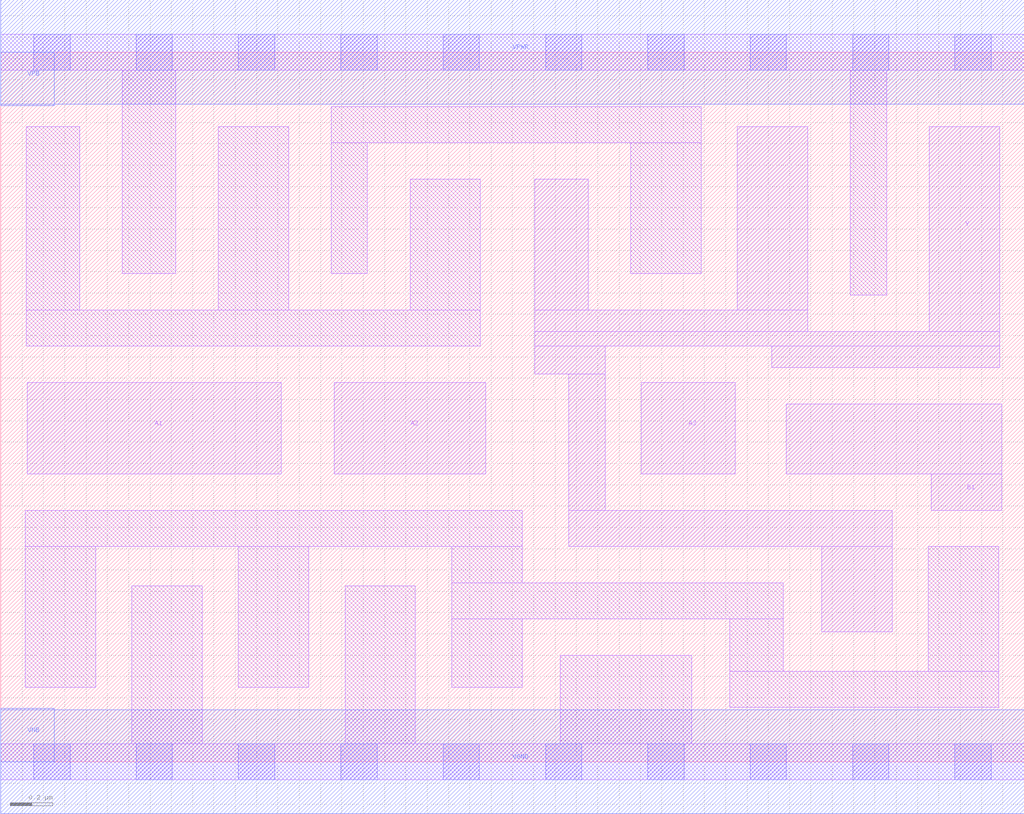
<source format=lef>
# Copyright 2020 The SkyWater PDK Authors
#
# Licensed under the Apache License, Version 2.0 (the "License");
# you may not use this file except in compliance with the License.
# You may obtain a copy of the License at
#
#     https://www.apache.org/licenses/LICENSE-2.0
#
# Unless required by applicable law or agreed to in writing, software
# distributed under the License is distributed on an "AS IS" BASIS,
# WITHOUT WARRANTIES OR CONDITIONS OF ANY KIND, either express or implied.
# See the License for the specific language governing permissions and
# limitations under the License.
#
# SPDX-License-Identifier: Apache-2.0

VERSION 5.5 ;
NAMESCASESENSITIVE ON ;
BUSBITCHARS "[]" ;
DIVIDERCHAR "/" ;
MACRO sky130_fd_sc_hs__o31ai_2
  CLASS CORE ;
  SOURCE USER ;
  ORIGIN  0.000000  0.000000 ;
  SIZE  4.800000 BY  3.330000 ;
  SYMMETRY X Y ;
  SITE unit ;
  PIN A1
    ANTENNAGATEAREA  0.558000 ;
    DIRECTION INPUT ;
    USE SIGNAL ;
    PORT
      LAYER li1 ;
        RECT 0.125000 1.350000 1.315000 1.780000 ;
    END
  END A1
  PIN A2
    ANTENNAGATEAREA  0.558000 ;
    DIRECTION INPUT ;
    USE SIGNAL ;
    PORT
      LAYER li1 ;
        RECT 1.565000 1.350000 2.275000 1.780000 ;
    END
  END A2
  PIN A3
    ANTENNAGATEAREA  0.558000 ;
    DIRECTION INPUT ;
    USE SIGNAL ;
    PORT
      LAYER li1 ;
        RECT 3.005000 1.350000 3.445000 1.780000 ;
    END
  END A3
  PIN B1
    ANTENNAGATEAREA  0.558000 ;
    DIRECTION INPUT ;
    USE SIGNAL ;
    PORT
      LAYER li1 ;
        RECT 3.685000 1.350000 4.695000 1.680000 ;
        RECT 4.365000 1.180000 4.695000 1.350000 ;
    END
  END B1
  PIN Y
    ANTENNADIFFAREA  1.297000 ;
    DIRECTION OUTPUT ;
    USE SIGNAL ;
    PORT
      LAYER li1 ;
        RECT 2.505000 1.820000 2.835000 1.950000 ;
        RECT 2.505000 1.950000 4.685000 2.020000 ;
        RECT 2.505000 2.020000 3.785000 2.120000 ;
        RECT 2.505000 2.120000 2.755000 2.735000 ;
        RECT 2.665000 1.010000 4.180000 1.180000 ;
        RECT 2.665000 1.180000 2.835000 1.820000 ;
        RECT 3.455000 2.120000 3.785000 2.980000 ;
        RECT 3.615000 1.850000 4.685000 1.950000 ;
        RECT 3.850000 0.610000 4.180000 1.010000 ;
        RECT 4.355000 2.020000 4.685000 2.980000 ;
    END
  END Y
  PIN VGND
    DIRECTION INOUT ;
    USE GROUND ;
    PORT
      LAYER met1 ;
        RECT 0.000000 -0.245000 4.800000 0.245000 ;
    END
  END VGND
  PIN VNB
    DIRECTION INOUT ;
    USE GROUND ;
    PORT
      LAYER met1 ;
        RECT 0.000000 0.000000 0.250000 0.250000 ;
    END
  END VNB
  PIN VPB
    DIRECTION INOUT ;
    USE POWER ;
    PORT
      LAYER met1 ;
        RECT 0.000000 3.080000 0.250000 3.330000 ;
    END
  END VPB
  PIN VPWR
    DIRECTION INOUT ;
    USE POWER ;
    PORT
      LAYER met1 ;
        RECT 0.000000 3.085000 4.800000 3.575000 ;
    END
  END VPWR
  OBS
    LAYER li1 ;
      RECT 0.000000 -0.085000 4.800000 0.085000 ;
      RECT 0.000000  3.245000 4.800000 3.415000 ;
      RECT 0.115000  0.350000 0.445000 1.010000 ;
      RECT 0.115000  1.010000 2.445000 1.180000 ;
      RECT 0.120000  1.950000 2.250000 2.120000 ;
      RECT 0.120000  2.120000 0.370000 2.980000 ;
      RECT 0.570000  2.290000 0.820000 3.245000 ;
      RECT 0.615000  0.085000 0.945000 0.825000 ;
      RECT 1.020000  2.120000 1.350000 2.980000 ;
      RECT 1.115000  0.350000 1.445000 1.010000 ;
      RECT 1.550000  2.290000 1.720000 2.905000 ;
      RECT 1.550000  2.905000 3.285000 3.075000 ;
      RECT 1.615000  0.085000 1.945000 0.825000 ;
      RECT 1.920000  2.120000 2.250000 2.735000 ;
      RECT 2.115000  0.350000 2.445000 0.670000 ;
      RECT 2.115000  0.670000 3.670000 0.840000 ;
      RECT 2.115000  0.840000 2.445000 1.010000 ;
      RECT 2.625000  0.085000 3.240000 0.500000 ;
      RECT 2.955000  2.290000 3.285000 2.905000 ;
      RECT 3.420000  0.255000 4.680000 0.425000 ;
      RECT 3.420000  0.425000 3.670000 0.670000 ;
      RECT 3.985000  2.190000 4.155000 3.245000 ;
      RECT 4.350000  0.425000 4.680000 1.010000 ;
    LAYER mcon ;
      RECT 0.155000 -0.085000 0.325000 0.085000 ;
      RECT 0.155000  3.245000 0.325000 3.415000 ;
      RECT 0.635000 -0.085000 0.805000 0.085000 ;
      RECT 0.635000  3.245000 0.805000 3.415000 ;
      RECT 1.115000 -0.085000 1.285000 0.085000 ;
      RECT 1.115000  3.245000 1.285000 3.415000 ;
      RECT 1.595000 -0.085000 1.765000 0.085000 ;
      RECT 1.595000  3.245000 1.765000 3.415000 ;
      RECT 2.075000 -0.085000 2.245000 0.085000 ;
      RECT 2.075000  3.245000 2.245000 3.415000 ;
      RECT 2.555000 -0.085000 2.725000 0.085000 ;
      RECT 2.555000  3.245000 2.725000 3.415000 ;
      RECT 3.035000 -0.085000 3.205000 0.085000 ;
      RECT 3.035000  3.245000 3.205000 3.415000 ;
      RECT 3.515000 -0.085000 3.685000 0.085000 ;
      RECT 3.515000  3.245000 3.685000 3.415000 ;
      RECT 3.995000 -0.085000 4.165000 0.085000 ;
      RECT 3.995000  3.245000 4.165000 3.415000 ;
      RECT 4.475000 -0.085000 4.645000 0.085000 ;
      RECT 4.475000  3.245000 4.645000 3.415000 ;
  END
END sky130_fd_sc_hs__o31ai_2

</source>
